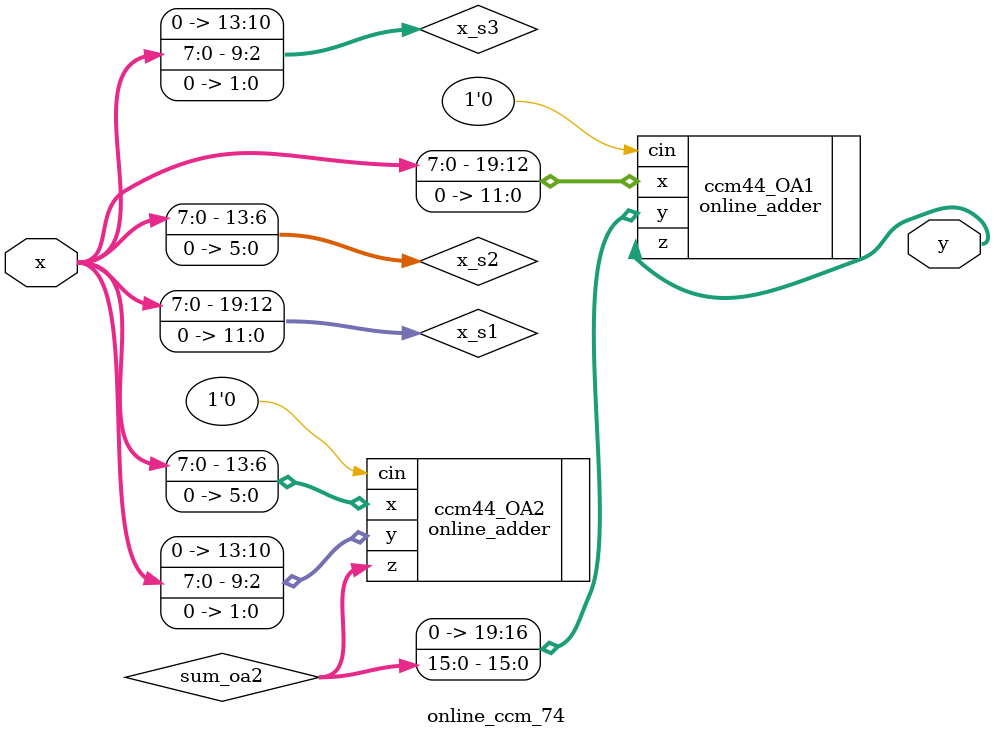
<source format=v>
`timescale 1ns / 1ps
module online_ccm_74(x,y);
parameter Stage = 4;

localparam s1 = 6;
localparam s2 = 3;
localparam s3 = 1;

localparam WL 		= 2*Stage;
localparam WL_oa1	= 2*(Stage+s1);		//WL of OA inputs
localparam WL_oa2 = 2*(Stage+s2);
localparam WL_s2	= 2*(Stage+s2);
localparam WL_s3	= 2*(Stage+s3);
localparam WL_out = 2*(Stage+s1+1);

	input [WL-1:0] x;
	output[WL_out-1:0] y;
	
	wire [WL_oa1-1:0] x_s1;
	wire [WL_oa2-1:0] x_s2, x_s3;
	
	wire [WL_oa2+1:0] sum_oa2;
	
	assign x_s1[WL_oa1-1:WL_oa1-WL]	= x;
	assign x_s1[WL_oa1-WL-1:0]			= 'b0;
	
	assign x_s2[WL_s2-1:WL_s2-WL]	= x;
	assign x_s2[WL_s2-WL-1:0]		= 'b0;
	
	assign x_s3[WL_s2-1:WL_s3] 	= 'b0;
	assign x_s3[WL_s3-1:WL_s3-WL]	= x;
	assign x_s3[WL_s3-WL-1:0]		= 'b0;
	
	//---- Connect All Adders ----//
	online_adder #(Stage+s2) ccm44_OA2(.x(x_s2),.y(x_s3),.cin(1'b0),.z(sum_oa2));
	online_adder #(Stage+s1) ccm44_OA1(.x(x_s1),.y({4'b0,sum_oa2}),.cin(1'b0),.z(y));

endmodule

</source>
